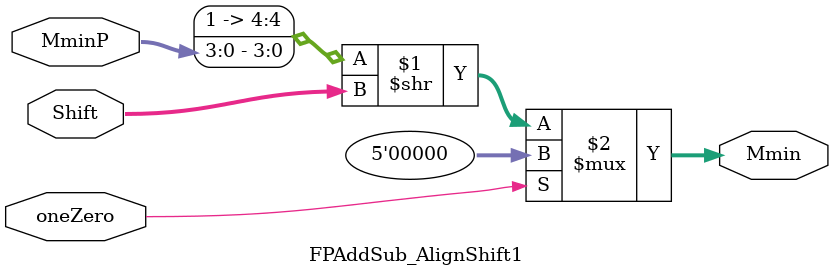
<source format=sv>


module FPAddSub_AlignShift1(
	
	// Input portsi
	input logic [3:0] MminP,						
	input logic [2:0] Shift,						// Shift amount
	input logic oneZero,
	// Output ports
	output logic [4:0] Mmin );						// The smaller mantissa
	
	assign Mmin = oneZero ? 5'b0000 : ({1'b1, MminP} >> Shift);
endmodule

</source>
